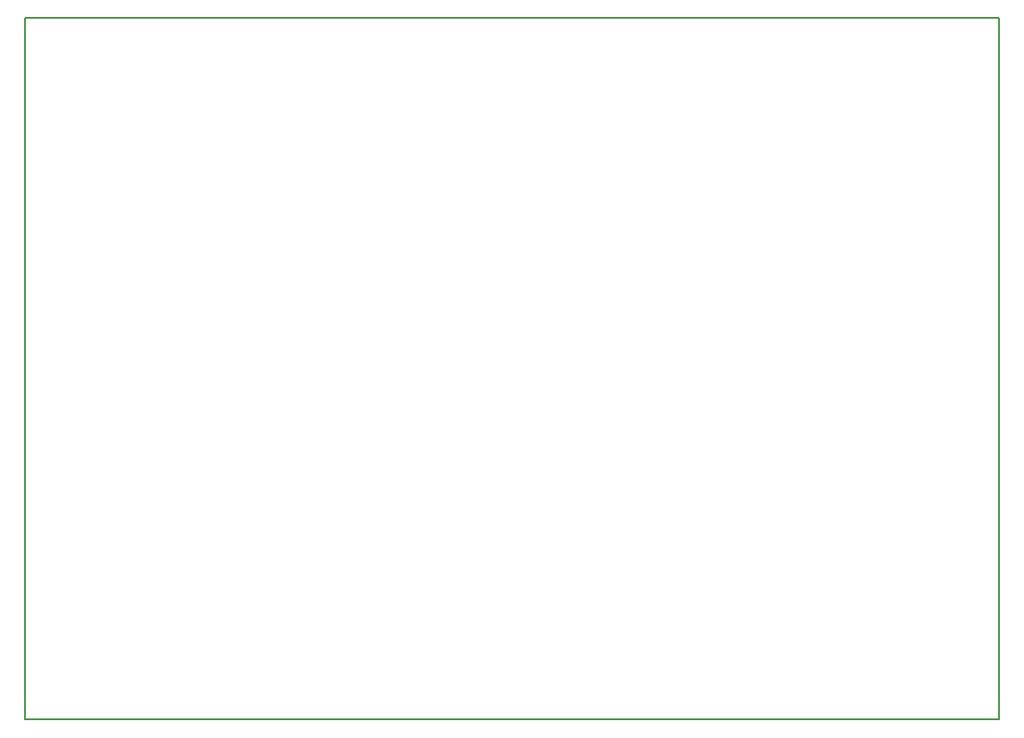
<source format=gbr>
G04 #@! TF.FileFunction,Profile,NP*
%FSLAX46Y46*%
G04 Gerber Fmt 4.6, Leading zero omitted, Abs format (unit mm)*
G04 Created by KiCad (PCBNEW 4.0.7) date Thursday, 23 May 2019 'à' 18:59:53*
%MOMM*%
%LPD*%
G01*
G04 APERTURE LIST*
%ADD10C,0.100000*%
%ADD11C,0.150000*%
G04 APERTURE END LIST*
D10*
D11*
X188214000Y-125095000D02*
X188214000Y-58547000D01*
X95885000Y-125095000D02*
X188214000Y-125095000D01*
X95885000Y-58547000D02*
X95885000Y-125095000D01*
X188214000Y-58547000D02*
X95885000Y-58547000D01*
M02*

</source>
